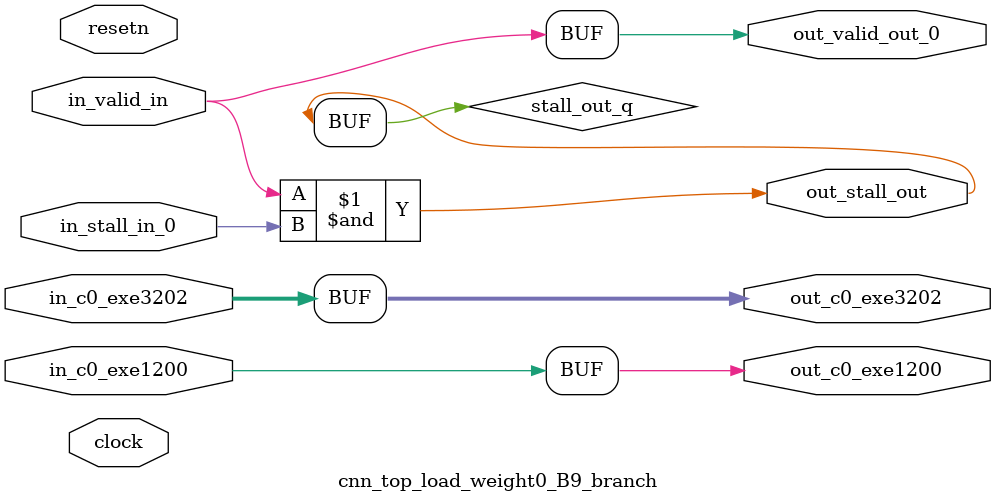
<source format=sv>



(* altera_attribute = "-name AUTO_SHIFT_REGISTER_RECOGNITION OFF; -name MESSAGE_DISABLE 10036; -name MESSAGE_DISABLE 10037; -name MESSAGE_DISABLE 14130; -name MESSAGE_DISABLE 14320; -name MESSAGE_DISABLE 15400; -name MESSAGE_DISABLE 14130; -name MESSAGE_DISABLE 10036; -name MESSAGE_DISABLE 12020; -name MESSAGE_DISABLE 12030; -name MESSAGE_DISABLE 12010; -name MESSAGE_DISABLE 12110; -name MESSAGE_DISABLE 14320; -name MESSAGE_DISABLE 13410; -name MESSAGE_DISABLE 113007; -name MESSAGE_DISABLE 10958" *)
module cnn_top_load_weight0_B9_branch (
    input wire [0:0] in_c0_exe1200,
    input wire [31:0] in_c0_exe3202,
    input wire [0:0] in_stall_in_0,
    input wire [0:0] in_valid_in,
    output wire [0:0] out_c0_exe1200,
    output wire [31:0] out_c0_exe3202,
    output wire [0:0] out_stall_out,
    output wire [0:0] out_valid_out_0,
    input wire clock,
    input wire resetn
    );

    wire [0:0] stall_out_q;


    // out_c0_exe1200(GPOUT,6)
    assign out_c0_exe1200 = in_c0_exe1200;

    // out_c0_exe3202(GPOUT,7)
    assign out_c0_exe3202 = in_c0_exe3202;

    // stall_out(LOGICAL,10)
    assign stall_out_q = in_valid_in & in_stall_in_0;

    // out_stall_out(GPOUT,8)
    assign out_stall_out = stall_out_q;

    // out_valid_out_0(GPOUT,9)
    assign out_valid_out_0 = in_valid_in;

endmodule

</source>
